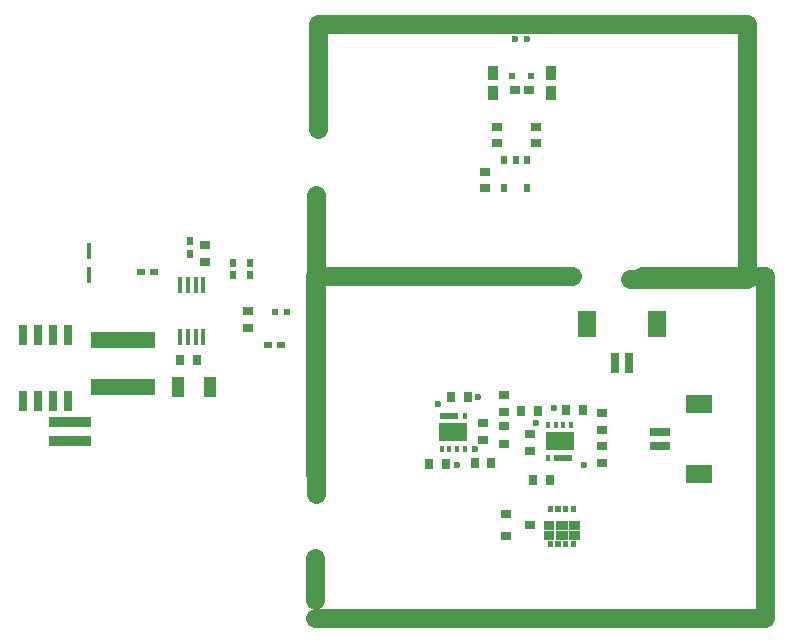
<source format=gtp>
G04*
G04 #@! TF.GenerationSoftware,Altium Limited,Altium Designer,18.1.9 (240)*
G04*
G04 Layer_Color=8421504*
%FSLAX44Y44*%
%MOMM*%
G71*
G01*
G75*
%ADD10C,0.6000*%
%ADD11R,0.9000X1.2500*%
%ADD12R,0.9000X0.7500*%
%ADD13R,0.5500X0.5500*%
%ADD14R,0.9000X0.8000*%
%ADD15R,0.5500X0.8000*%
%ADD17R,5.5000X1.4300*%
%ADD18R,1.1000X1.7000*%
%ADD19R,0.5588X0.6604*%
%ADD20R,0.6604X0.5588*%
%ADD21R,0.4572X1.3589*%
%ADD22R,3.6000X0.9056*%
%ADD23R,0.6000X0.5000*%
%ADD24R,0.6500X1.7500*%
%ADD25R,0.4572X1.3716*%
%ADD26R,0.8000X0.9000*%
%ADD29R,0.9000X0.7000*%
%ADD30R,0.7000X1.8000*%
%ADD31R,1.6000X2.2000*%
%ADD32R,1.8000X0.7000*%
%ADD33R,2.2000X1.6000*%
%ADD34R,0.9000X0.7000*%
%ADD35R,0.9000X0.8000*%
%ADD36R,0.3000X0.6000*%
%ADD37R,2.4000X1.6000*%
%ADD38R,1.6000X0.6000*%
%ADD41C,1.6000*%
G36*
X496745Y153937D02*
X486140D01*
Y168640D01*
X496745D01*
Y153937D01*
D02*
G37*
G36*
X484139Y153933D02*
X473540D01*
Y168640D01*
X484139D01*
Y153933D01*
D02*
G37*
G36*
X586755Y146176D02*
X576156D01*
Y160883D01*
X586755D01*
Y146176D01*
D02*
G37*
G36*
X574155D02*
X563550D01*
Y160879D01*
X574155D01*
Y146176D01*
D02*
G37*
G36*
X589100Y93430D02*
X584600D01*
Y98530D01*
X589100D01*
Y93430D01*
D02*
G37*
G36*
X582600D02*
X578100D01*
Y98530D01*
X582600D01*
Y93430D01*
D02*
G37*
G36*
X576100D02*
X571600D01*
Y98530D01*
X576100D01*
Y93430D01*
D02*
G37*
G36*
X569600D02*
X565100D01*
Y98530D01*
X569600D01*
Y93430D01*
D02*
G37*
G36*
X592340Y78740D02*
X583450D01*
Y86360D01*
X592340D01*
Y78740D01*
D02*
G37*
G36*
X582180D02*
X572020D01*
Y86360D01*
X582180D01*
Y78740D01*
D02*
G37*
G36*
X570750D02*
X561860D01*
Y86360D01*
X570750D01*
Y78740D01*
D02*
G37*
G36*
X592340Y69850D02*
X583450D01*
Y77470D01*
X592340D01*
Y69850D01*
D02*
G37*
G36*
X582180D02*
X572020D01*
Y77470D01*
X582180D01*
Y69850D01*
D02*
G37*
G36*
X570750D02*
X561860D01*
Y77470D01*
X570750D01*
Y69850D01*
D02*
G37*
G36*
X589100Y64030D02*
X584600D01*
Y69130D01*
X589100D01*
Y64030D01*
D02*
G37*
G36*
X582600D02*
X578100D01*
Y69130D01*
X582600D01*
Y64030D01*
D02*
G37*
G36*
X576100D02*
X571600D01*
Y69130D01*
X576100D01*
Y64030D01*
D02*
G37*
G36*
X569600D02*
X565100D01*
Y69130D01*
X569600D01*
Y64030D01*
D02*
G37*
D10*
X547303Y494030D02*
D03*
X537651D02*
D03*
X554905Y169090D02*
D03*
X595475Y133350D02*
D03*
X570695Y181620D02*
D03*
X472440Y185430D02*
D03*
X488540Y133350D02*
D03*
X506409Y191090D02*
D03*
X503960Y147060D02*
D03*
D11*
X567856Y448696D02*
D03*
Y465196D02*
D03*
X518756Y448696D02*
D03*
Y465196D02*
D03*
D12*
X549556Y450946D02*
D03*
X537056D02*
D03*
D13*
X551306Y462946D02*
D03*
X535306D02*
D03*
D14*
X554990Y419750D02*
D03*
Y405750D02*
D03*
X511810Y367650D02*
D03*
Y381650D02*
D03*
X521970Y419750D02*
D03*
Y405750D02*
D03*
X311150Y249540D02*
D03*
Y263540D02*
D03*
X275362Y305420D02*
D03*
Y319420D02*
D03*
X528320Y178430D02*
D03*
Y192430D02*
D03*
X549755Y159716D02*
D03*
Y145716D02*
D03*
D15*
X537870Y392046D02*
D03*
X547370D02*
D03*
X528370D02*
D03*
Y368046D02*
D03*
X547370D02*
D03*
D17*
X205740Y199390D02*
D03*
Y239790D02*
D03*
D18*
X251930Y199390D02*
D03*
X278930D02*
D03*
D19*
X298450Y293998D02*
D03*
Y304920D02*
D03*
X313342D02*
D03*
Y293998D02*
D03*
X262662Y323342D02*
D03*
Y312420D02*
D03*
D20*
X231674Y297180D02*
D03*
X220752D02*
D03*
X328653Y234950D02*
D03*
X339575D02*
D03*
D21*
X176530Y315023D02*
D03*
Y294576D02*
D03*
D22*
X160274Y169670D02*
D03*
Y153670D02*
D03*
D23*
X334575Y262890D02*
D03*
X344575D02*
D03*
D24*
X120650Y187900D02*
D03*
X133350D02*
D03*
X146050D02*
D03*
X158750D02*
D03*
X120650Y243900D02*
D03*
X133350D02*
D03*
X146050D02*
D03*
X158750D02*
D03*
D25*
X254182Y242189D02*
D03*
X260682D02*
D03*
X267182D02*
D03*
X273682D02*
D03*
Y286131D02*
D03*
X267182D02*
D03*
X260682D02*
D03*
X254182D02*
D03*
D26*
X253835Y222250D02*
D03*
X267835D02*
D03*
X566915Y121186D02*
D03*
X552915D02*
D03*
X478980Y134590D02*
D03*
X464980D02*
D03*
X503440Y135210D02*
D03*
X517440D02*
D03*
X580929Y180226D02*
D03*
X594929D02*
D03*
X556855Y179606D02*
D03*
X542855D02*
D03*
X483220Y191090D02*
D03*
X497220D02*
D03*
D29*
X530021Y92022D02*
D03*
Y73022D02*
D03*
X550275Y82572D02*
D03*
D30*
X634360Y219730D02*
D03*
X621860D02*
D03*
D31*
X657860Y252730D02*
D03*
X598360D02*
D03*
D32*
X660420Y149230D02*
D03*
Y161730D02*
D03*
D33*
X693420Y125730D02*
D03*
Y185230D02*
D03*
D34*
X528320Y151250D02*
D03*
Y166250D02*
D03*
X611275Y177982D02*
D03*
Y162982D02*
D03*
D35*
X611275Y149542D02*
D03*
Y135542D02*
D03*
X510540Y155100D02*
D03*
Y169100D02*
D03*
D36*
X565405Y139526D02*
D03*
Y167526D02*
D03*
X571905D02*
D03*
X578405D02*
D03*
X584905D02*
D03*
X494890Y175290D02*
D03*
Y147290D02*
D03*
X488390D02*
D03*
X481890D02*
D03*
X475390D02*
D03*
D37*
X575155Y153526D02*
D03*
X485140Y161290D02*
D03*
D38*
X578405Y139526D02*
D03*
X481890Y175290D02*
D03*
D41*
X585470Y293370D02*
X375920Y293370D01*
X370840Y506730D02*
Y440690D01*
Y506730D02*
X734060D01*
Y290830D01*
X635000Y290830D02*
X734060D01*
X370840Y417830D02*
Y457200D01*
X368810Y109220D02*
X368810Y361950D01*
X368050Y19072D02*
Y54610D01*
X645160Y293370D02*
X749300D01*
X370840D02*
X563880D01*
X368300Y125730D02*
Y293370D01*
X749300Y3810D02*
Y293370D01*
X368300Y3810D02*
X749300D01*
M02*

</source>
